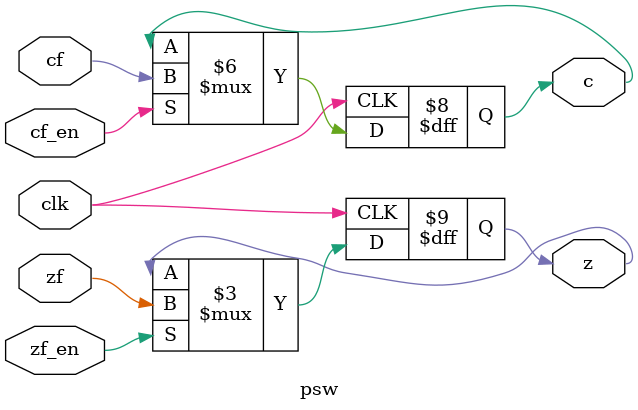
<source format=v>
module psw(clk,cf_en,zf_en,cf,zf,c,z);
input clk,cf_en,zf_en,cf,zf;
output reg c,z;
always@(negedge clk)
begin
    if (cf_en) c<=cf;
    else c<=c;
    if (zf_en) z<=zf;
    else z<=z;
end
endmodule
</source>
